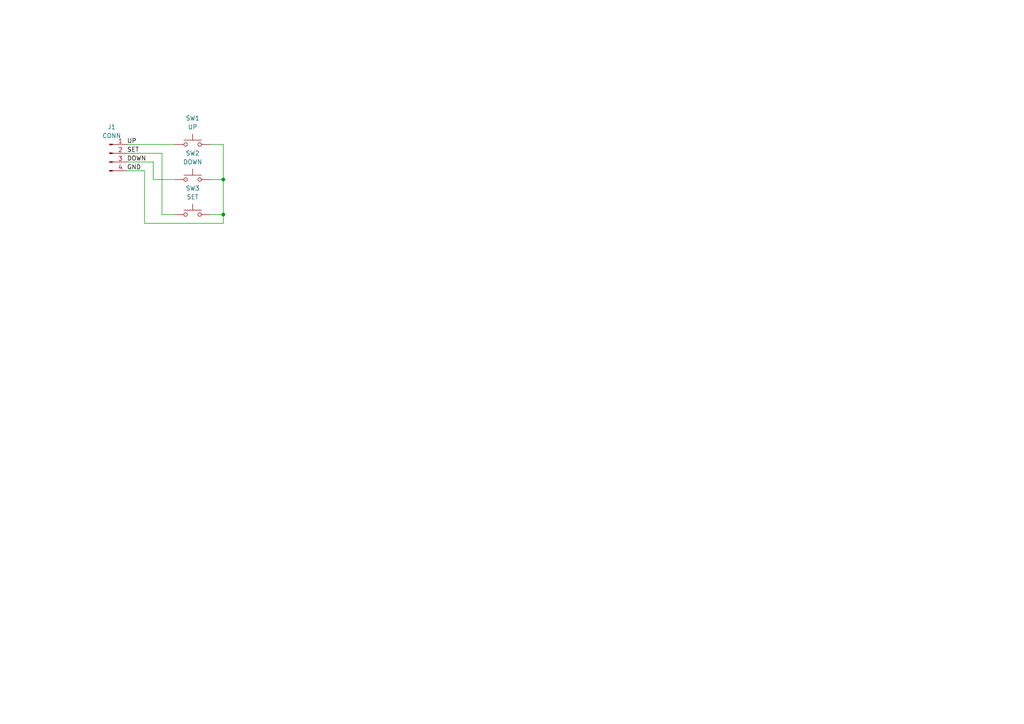
<source format=kicad_sch>
(kicad_sch (version 20211123) (generator eeschema)
  (paper "A4")
  (lib_symbols
    (symbol "Connector:Conn_01x04_Male" (pin_names (offset 1.016) hide)
      (property "Reference" "J" (at 0 5.08 0))
      (property "Value" "Conn_01x04_Male" (at 0 -7.62 0))
      (symbol "Conn_01x04_Male_1_1"
        (polyline (pts (xy 1.27 -5.08) (xy 0.8636 -5.08)) (stroke (width 0.1524)))
        (polyline (pts (xy 1.27 -2.54) (xy 0.8636 -2.54)) (stroke (width 0.1524)))
        (polyline (pts (xy 1.27 0) (xy 0.8636 0)) (stroke (width 0.1524)))
        (polyline (pts (xy 1.27 2.54) (xy 0.8636 2.54)) (stroke (width 0.1524)))
        (rectangle (start 0.8636 -4.953) (end 0 -5.207) (stroke (width 0.1524)) (fill (type outline)))
        (rectangle (start 0.8636 -2.413) (end 0 -2.667) (stroke (width 0.1524)) (fill (type outline)))
        (rectangle (start 0.8636 0.127) (end 0 -0.127) (stroke (width 0.1524)) (fill (type outline)))
        (rectangle (start 0.8636 2.667) (end 0 2.413) (stroke (width 0.1524)) (fill (type outline)))
        (pin passive line (at 5.08 2.54 180) (length 3.81) (name "Pin_1") (number "1"))
        (pin passive line (at 5.08 0 180) (length 3.81) (name "Pin_2") (number "2"))
        (pin passive line (at 5.08 -2.54 180) (length 3.81) (name "Pin_3") (number "3"))
        (pin passive line (at 5.08 -5.08 180) (length 3.81) (name "Pin_4") (number "4"))
      )
    )
    (symbol "Switch:SW_Push" (pin_numbers hide) (pin_names (offset 1.016) hide)
      (property "Reference" "SW" (at 1.27 2.54 0))
      (property "Value" "SW_Push" (at 0 -1.524 0))
      (symbol "SW_Push_0_1"
        (circle (center -2.032 0) (radius 0.508))
        (polyline (pts (xy 0 1.27) (xy 0 3.048)))
        (polyline (pts (xy 2.54 1.27) (xy -2.54 1.27)))
        (circle (center 2.032 0) (radius 0.508))
        (pin passive line (at -5.08 0 0) (length 2.54) (name "1") (number "1"))
        (pin passive line (at 5.08 0 180) (length 2.54) (name "2") (number "2"))
      )
    )
  )
  (junction (at 64.77 62.23))
  (junction (at 64.77 52.07))
  (wire (pts (xy 46.99 62.23) (xy 50.8 62.23)))
  (wire (pts (xy 60.96 41.91) (xy 64.77 41.91)))
  (wire (pts (xy 41.91 49.53) (xy 36.83 49.53)))
  (wire (pts (xy 36.83 41.91) (xy 50.8 41.91)))
  (wire (pts (xy 41.91 64.77) (xy 41.91 49.53)))
  (wire (pts (xy 64.77 52.07) (xy 64.77 62.23)))
  (wire (pts (xy 50.8 52.07) (xy 44.45 52.07)))
  (wire (pts (xy 64.77 62.23) (xy 64.77 64.77)))
  (wire (pts (xy 44.45 52.07) (xy 44.45 46.99)))
  (wire (pts (xy 64.77 41.91) (xy 64.77 52.07)))
  (wire (pts (xy 36.83 44.45) (xy 46.99 44.45)))
  (wire (pts (xy 64.77 64.77) (xy 41.91 64.77)))
  (wire (pts (xy 46.99 44.45) (xy 46.99 62.23)))
  (wire (pts (xy 36.83 46.99) (xy 44.45 46.99)))
  (wire (pts (xy 60.96 52.07) (xy 64.77 52.07)))
  (wire (pts (xy 60.96 62.23) (xy 64.77 62.23)))
  (label "GND" (at 36.83 49.53 0))
  (label "SET" (at 36.83 44.45 0))
  (label "UP" (at 36.83 41.91 0))
  (label "DOWN" (at 36.83 46.99 0))
  (symbol (lib_id "Switch:SW_Push") (at 55.88 52.07 0) (unit 1)
    (property "Reference" "SW2" (at 55.88 44.45 0))
    (property "Value" "DOWN" (at 55.88 46.99 0))
    (property "Footprint" "Button_Switch_THT:SW_PUSH_6mm" (effects hide))
  )
  (symbol (lib_id "Connector:Conn_01x04_Male") (at 31.75 44.45 0) (unit 1)
    (property "Reference" "J1" (at 32.385 36.83 0))
    (property "Value" "CONN" (at 32.385 39.37 0))
    (property "Footprint" "Connector_PinHeader_2.54mm:PinHeader_1x04_P2.54mm_Horizontal" (effects hide))
  )
  (symbol (lib_id "Switch:SW_Push") (at 55.88 62.23 0) (unit 1)
    (property "Reference" "SW3" (at 55.88 54.61 0))
    (property "Value" "SET" (at 55.88 57.15 0))
    (property "Footprint" "Button_Switch_THT:SW_PUSH_6mm" (effects hide))
  )
  (symbol (lib_id "Switch:SW_Push") (at 55.88 41.91 0) (unit 1)
    (property "Reference" "SW1" (at 55.88 34.29 0))
    (property "Value" "UP" (at 55.88 36.83 0))
    (property "Footprint" "Button_Switch_THT:SW_PUSH_6mm" (effects hide))
  )
)
</source>
